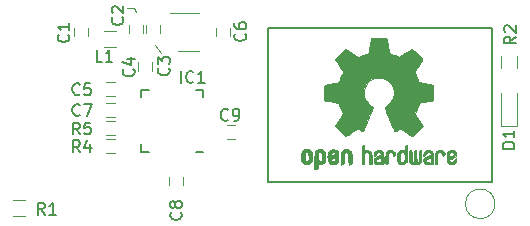
<source format=gbr>
G04 #@! TF.GenerationSoftware,KiCad,Pcbnew,(6.0.0-rc1-dev-479-g831c9b6f6-dirty)*
G04 #@! TF.CreationDate,2018-09-12T23:56:39+02:00*
G04 #@! TF.ProjectId,RapTorS,526170546F72532E6B696361645F7063,rev?*
G04 #@! TF.SameCoordinates,Original*
G04 #@! TF.FileFunction,Legend,Top*
G04 #@! TF.FilePolarity,Positive*
%FSLAX46Y46*%
G04 Gerber Fmt 4.6, Leading zero omitted, Abs format (unit mm)*
G04 Created by KiCad (PCBNEW (6.0.0-rc1-dev-479-g831c9b6f6-dirty)) date 2018 September 12, Wednesday 23:56:39*
%MOMM*%
%LPD*%
G01*
G04 APERTURE LIST*
%ADD10C,0.120000*%
%ADD11C,0.150000*%
%ADD12C,0.010000*%
G04 APERTURE END LIST*
D10*
X150672800Y-91567000D02*
X150825200Y-91897200D01*
X150114000Y-91567000D02*
X150672800Y-91567000D01*
X152958800Y-95402400D02*
X152501600Y-94691200D01*
G04 #@! TO.C,R5*
X149050000Y-102301600D02*
X148350000Y-102301600D01*
X148350000Y-101101600D02*
X149050000Y-101101600D01*
G04 #@! TO.C,R4*
X148350000Y-102651000D02*
X149050000Y-102651000D01*
X149050000Y-103851000D02*
X148350000Y-103851000D01*
G04 #@! TO.C,D1*
X181748200Y-101596600D02*
X183148200Y-101596600D01*
X183148200Y-101596600D02*
X183148200Y-98796600D01*
X181748200Y-101596600D02*
X181748200Y-98796600D01*
G04 #@! TO.C,R2*
X181793600Y-96625600D02*
X181793600Y-95625600D01*
X183153600Y-95625600D02*
X183153600Y-96625600D01*
G04 #@! TO.C,C9*
X158540400Y-101482600D02*
X159240400Y-101482600D01*
X159240400Y-102682600D02*
X158540400Y-102682600D01*
G04 #@! TO.C,C8*
X154879600Y-105847400D02*
X154879600Y-106547400D01*
X153679600Y-106547400D02*
X153679600Y-105847400D01*
G04 #@! TO.C,C1*
X146777000Y-93223600D02*
X146777000Y-93923600D01*
X145577000Y-93923600D02*
X145577000Y-93223600D01*
G04 #@! TO.C,R1*
X141482000Y-109214200D02*
X140482000Y-109214200D01*
X140482000Y-107854200D02*
X141482000Y-107854200D01*
G04 #@! TO.C,L1*
X149191600Y-94837800D02*
X148191600Y-94837800D01*
X148191600Y-93477800D02*
X149191600Y-93477800D01*
G04 #@! TO.C,C7*
X148350000Y-99628400D02*
X149050000Y-99628400D01*
X149050000Y-100828400D02*
X148350000Y-100828400D01*
G04 #@! TO.C,C6*
X157642000Y-93923600D02*
X157642000Y-93223600D01*
X158842000Y-93223600D02*
X158842000Y-93923600D01*
G04 #@! TO.C,C5*
X148350000Y-97825000D02*
X149050000Y-97825000D01*
X149050000Y-99025000D02*
X148350000Y-99025000D01*
G04 #@! TO.C,C4*
X152238000Y-96170000D02*
X152238000Y-96870000D01*
X151038000Y-96870000D02*
X151038000Y-96170000D01*
G04 #@! TO.C,C3*
X152873000Y-92969600D02*
X152873000Y-93669600D01*
X151673000Y-93669600D02*
X151673000Y-92969600D01*
G04 #@! TO.C,C2*
X151450600Y-92969600D02*
X151450600Y-93669600D01*
X150250600Y-93669600D02*
X150250600Y-92969600D01*
D11*
G04 #@! TO.C,IC1*
X151324400Y-103742400D02*
X151324400Y-103117400D01*
X156574400Y-98492400D02*
X156574400Y-99117400D01*
X151324400Y-98492400D02*
X151324400Y-99117400D01*
X156574400Y-103742400D02*
X155949400Y-103742400D01*
X156574400Y-98492400D02*
X155949400Y-98492400D01*
X151324400Y-98492400D02*
X151949400Y-98492400D01*
X151324400Y-103742400D02*
X151949400Y-103742400D01*
D10*
G04 #@! TO.C,ANT1*
X181260800Y-108153200D02*
G75*
G03X181260800Y-108153200I-1251000J0D01*
G01*
D11*
G04 #@! TO.C,U3*
X162001200Y-93268800D02*
X162001200Y-106268800D01*
X162001200Y-106268800D02*
X181001200Y-106268800D01*
X181001200Y-93268800D02*
X181001200Y-106268800D01*
X162001200Y-93268800D02*
X181001200Y-93268800D01*
D10*
G04 #@! TO.C,U2*
X154395600Y-95209000D02*
X156195600Y-95209000D01*
X156195600Y-91989000D02*
X153745600Y-91989000D01*
D12*
G04 #@! TO.C,REF\002A\002A\002A*
G36*
X166596500Y-103531503D02*
X166708050Y-103587122D01*
X166806508Y-103689531D01*
X166833623Y-103727464D01*
X166863162Y-103777100D01*
X166882328Y-103831012D01*
X166893293Y-103902964D01*
X166898229Y-104006722D01*
X166899313Y-104143701D01*
X166894418Y-104331415D01*
X166877404Y-104472358D01*
X166844777Y-104577508D01*
X166793042Y-104657843D01*
X166718704Y-104724341D01*
X166713242Y-104728278D01*
X166639980Y-104768553D01*
X166551760Y-104788480D01*
X166439562Y-104793393D01*
X166257167Y-104793393D01*
X166257091Y-104970457D01*
X166255393Y-105069070D01*
X166245050Y-105126914D01*
X166218022Y-105161606D01*
X166166268Y-105190764D01*
X166153839Y-105196721D01*
X166095677Y-105224639D01*
X166050644Y-105242272D01*
X166017159Y-105243794D01*
X165993638Y-105223381D01*
X165978500Y-105175207D01*
X165970163Y-105093446D01*
X165967044Y-104972272D01*
X165967560Y-104805860D01*
X165970129Y-104588385D01*
X165970932Y-104523336D01*
X165973822Y-104299102D01*
X165976412Y-104152421D01*
X166257014Y-104152421D01*
X166258591Y-104276926D01*
X166265600Y-104358387D01*
X166281458Y-104412115D01*
X166309581Y-104453423D01*
X166328675Y-104473571D01*
X166406735Y-104532521D01*
X166475847Y-104537320D01*
X166547160Y-104488638D01*
X166548968Y-104486841D01*
X166577983Y-104449218D01*
X166595633Y-104398084D01*
X166604536Y-104319338D01*
X166607309Y-104198876D01*
X166607359Y-104172188D01*
X166600658Y-104006183D01*
X166578848Y-103891105D01*
X166539365Y-103820854D01*
X166479644Y-103789329D01*
X166445128Y-103786152D01*
X166363211Y-103801060D01*
X166307021Y-103850148D01*
X166273198Y-103939962D01*
X166258380Y-104077045D01*
X166257014Y-104152421D01*
X165976412Y-104152421D01*
X165976887Y-104125552D01*
X165980847Y-103994982D01*
X165986426Y-103899687D01*
X165994346Y-103831964D01*
X166005331Y-103784107D01*
X166020101Y-103748413D01*
X166039382Y-103717178D01*
X166047649Y-103705424D01*
X166157312Y-103594397D01*
X166295965Y-103531447D01*
X166456354Y-103513897D01*
X166596500Y-103531503D01*
X166596500Y-103531503D01*
G37*
X166596500Y-103531503D02*
X166708050Y-103587122D01*
X166806508Y-103689531D01*
X166833623Y-103727464D01*
X166863162Y-103777100D01*
X166882328Y-103831012D01*
X166893293Y-103902964D01*
X166898229Y-104006722D01*
X166899313Y-104143701D01*
X166894418Y-104331415D01*
X166877404Y-104472358D01*
X166844777Y-104577508D01*
X166793042Y-104657843D01*
X166718704Y-104724341D01*
X166713242Y-104728278D01*
X166639980Y-104768553D01*
X166551760Y-104788480D01*
X166439562Y-104793393D01*
X166257167Y-104793393D01*
X166257091Y-104970457D01*
X166255393Y-105069070D01*
X166245050Y-105126914D01*
X166218022Y-105161606D01*
X166166268Y-105190764D01*
X166153839Y-105196721D01*
X166095677Y-105224639D01*
X166050644Y-105242272D01*
X166017159Y-105243794D01*
X165993638Y-105223381D01*
X165978500Y-105175207D01*
X165970163Y-105093446D01*
X165967044Y-104972272D01*
X165967560Y-104805860D01*
X165970129Y-104588385D01*
X165970932Y-104523336D01*
X165973822Y-104299102D01*
X165976412Y-104152421D01*
X166257014Y-104152421D01*
X166258591Y-104276926D01*
X166265600Y-104358387D01*
X166281458Y-104412115D01*
X166309581Y-104453423D01*
X166328675Y-104473571D01*
X166406735Y-104532521D01*
X166475847Y-104537320D01*
X166547160Y-104488638D01*
X166548968Y-104486841D01*
X166577983Y-104449218D01*
X166595633Y-104398084D01*
X166604536Y-104319338D01*
X166607309Y-104198876D01*
X166607359Y-104172188D01*
X166600658Y-104006183D01*
X166578848Y-103891105D01*
X166539365Y-103820854D01*
X166479644Y-103789329D01*
X166445128Y-103786152D01*
X166363211Y-103801060D01*
X166307021Y-103850148D01*
X166273198Y-103939962D01*
X166258380Y-104077045D01*
X166257014Y-104152421D01*
X165976412Y-104152421D01*
X165976887Y-104125552D01*
X165980847Y-103994982D01*
X165986426Y-103899687D01*
X165994346Y-103831964D01*
X166005331Y-103784107D01*
X166020101Y-103748413D01*
X166039382Y-103717178D01*
X166047649Y-103705424D01*
X166157312Y-103594397D01*
X166295965Y-103531447D01*
X166456354Y-103513897D01*
X166596500Y-103531503D01*
G36*
X168842029Y-103547319D02*
X168935723Y-103601514D01*
X169000864Y-103655307D01*
X169048507Y-103711666D01*
X169081328Y-103780587D01*
X169102006Y-103872068D01*
X169113220Y-103996106D01*
X169117649Y-104162698D01*
X169118163Y-104282451D01*
X169118163Y-104723259D01*
X168994083Y-104778883D01*
X168870002Y-104834507D01*
X168855405Y-104351695D01*
X168849373Y-104171379D01*
X168843045Y-104040501D01*
X168835206Y-103950111D01*
X168824637Y-103891264D01*
X168810123Y-103855013D01*
X168790448Y-103832410D01*
X168784135Y-103827517D01*
X168688488Y-103789306D01*
X168591807Y-103804427D01*
X168534255Y-103844543D01*
X168510845Y-103872970D01*
X168494639Y-103910272D01*
X168484341Y-103966823D01*
X168478649Y-104052994D01*
X168476264Y-104179158D01*
X168475864Y-104310642D01*
X168475786Y-104475599D01*
X168472961Y-104592361D01*
X168463507Y-104671110D01*
X168443540Y-104722031D01*
X168409176Y-104755306D01*
X168356532Y-104781120D01*
X168286217Y-104807944D01*
X168209420Y-104837142D01*
X168218562Y-104318946D01*
X168222243Y-104132139D01*
X168226550Y-103994090D01*
X168232723Y-103895168D01*
X168242002Y-103825745D01*
X168255627Y-103776190D01*
X168274839Y-103736873D01*
X168298002Y-103702184D01*
X168409752Y-103591370D01*
X168546113Y-103527289D01*
X168694425Y-103511939D01*
X168842029Y-103547319D01*
X168842029Y-103547319D01*
G37*
X168842029Y-103547319D02*
X168935723Y-103601514D01*
X169000864Y-103655307D01*
X169048507Y-103711666D01*
X169081328Y-103780587D01*
X169102006Y-103872068D01*
X169113220Y-103996106D01*
X169117649Y-104162698D01*
X169118163Y-104282451D01*
X169118163Y-104723259D01*
X168994083Y-104778883D01*
X168870002Y-104834507D01*
X168855405Y-104351695D01*
X168849373Y-104171379D01*
X168843045Y-104040501D01*
X168835206Y-103950111D01*
X168824637Y-103891264D01*
X168810123Y-103855013D01*
X168790448Y-103832410D01*
X168784135Y-103827517D01*
X168688488Y-103789306D01*
X168591807Y-103804427D01*
X168534255Y-103844543D01*
X168510845Y-103872970D01*
X168494639Y-103910272D01*
X168484341Y-103966823D01*
X168478649Y-104052994D01*
X168476264Y-104179158D01*
X168475864Y-104310642D01*
X168475786Y-104475599D01*
X168472961Y-104592361D01*
X168463507Y-104671110D01*
X168443540Y-104722031D01*
X168409176Y-104755306D01*
X168356532Y-104781120D01*
X168286217Y-104807944D01*
X168209420Y-104837142D01*
X168218562Y-104318946D01*
X168222243Y-104132139D01*
X168226550Y-103994090D01*
X168232723Y-103895168D01*
X168242002Y-103825745D01*
X168255627Y-103776190D01*
X168274839Y-103736873D01*
X168298002Y-103702184D01*
X168409752Y-103591370D01*
X168546113Y-103527289D01*
X168694425Y-103511939D01*
X168842029Y-103547319D01*
G36*
X165472821Y-103535615D02*
X165609661Y-103607568D01*
X165710651Y-103723366D01*
X165746525Y-103797813D01*
X165774439Y-103909592D01*
X165788729Y-104050827D01*
X165790084Y-104204971D01*
X165779195Y-104355479D01*
X165756753Y-104485805D01*
X165723450Y-104579403D01*
X165713215Y-104595522D01*
X165591982Y-104715849D01*
X165447987Y-104787917D01*
X165291739Y-104809008D01*
X165133748Y-104776402D01*
X165089780Y-104756853D01*
X165004156Y-104696612D01*
X164929008Y-104616735D01*
X164921906Y-104606604D01*
X164893039Y-104557781D01*
X164873957Y-104505590D01*
X164862684Y-104436885D01*
X164857245Y-104338518D01*
X164855662Y-104197344D01*
X164855635Y-104165692D01*
X164855707Y-104155619D01*
X165147589Y-104155619D01*
X165149287Y-104288856D01*
X165155972Y-104377274D01*
X165170025Y-104434385D01*
X165193829Y-104473702D01*
X165205979Y-104486841D01*
X165275836Y-104536772D01*
X165343659Y-104534495D01*
X165412235Y-104491184D01*
X165453135Y-104444946D01*
X165477358Y-104377457D01*
X165490961Y-104271033D01*
X165491894Y-104258620D01*
X165494216Y-104065747D01*
X165469950Y-103922500D01*
X165419424Y-103829760D01*
X165342968Y-103788407D01*
X165315676Y-103786152D01*
X165244011Y-103797493D01*
X165194990Y-103836784D01*
X165165018Y-103911926D01*
X165150499Y-104030822D01*
X165147589Y-104155619D01*
X164855707Y-104155619D01*
X164856722Y-104015259D01*
X164861288Y-103910149D01*
X164871288Y-103837314D01*
X164888679Y-103783708D01*
X164915416Y-103736281D01*
X164921324Y-103727464D01*
X165020632Y-103608607D01*
X165128842Y-103539608D01*
X165260581Y-103512219D01*
X165305317Y-103510881D01*
X165472821Y-103535615D01*
X165472821Y-103535615D01*
G37*
X165472821Y-103535615D02*
X165609661Y-103607568D01*
X165710651Y-103723366D01*
X165746525Y-103797813D01*
X165774439Y-103909592D01*
X165788729Y-104050827D01*
X165790084Y-104204971D01*
X165779195Y-104355479D01*
X165756753Y-104485805D01*
X165723450Y-104579403D01*
X165713215Y-104595522D01*
X165591982Y-104715849D01*
X165447987Y-104787917D01*
X165291739Y-104809008D01*
X165133748Y-104776402D01*
X165089780Y-104756853D01*
X165004156Y-104696612D01*
X164929008Y-104616735D01*
X164921906Y-104606604D01*
X164893039Y-104557781D01*
X164873957Y-104505590D01*
X164862684Y-104436885D01*
X164857245Y-104338518D01*
X164855662Y-104197344D01*
X164855635Y-104165692D01*
X164855707Y-104155619D01*
X165147589Y-104155619D01*
X165149287Y-104288856D01*
X165155972Y-104377274D01*
X165170025Y-104434385D01*
X165193829Y-104473702D01*
X165205979Y-104486841D01*
X165275836Y-104536772D01*
X165343659Y-104534495D01*
X165412235Y-104491184D01*
X165453135Y-104444946D01*
X165477358Y-104377457D01*
X165490961Y-104271033D01*
X165491894Y-104258620D01*
X165494216Y-104065747D01*
X165469950Y-103922500D01*
X165419424Y-103829760D01*
X165342968Y-103788407D01*
X165315676Y-103786152D01*
X165244011Y-103797493D01*
X165194990Y-103836784D01*
X165165018Y-103911926D01*
X165150499Y-104030822D01*
X165147589Y-104155619D01*
X164855707Y-104155619D01*
X164856722Y-104015259D01*
X164861288Y-103910149D01*
X164871288Y-103837314D01*
X164888679Y-103783708D01*
X164915416Y-103736281D01*
X164921324Y-103727464D01*
X165020632Y-103608607D01*
X165128842Y-103539608D01*
X165260581Y-103512219D01*
X165305317Y-103510881D01*
X165472821Y-103535615D01*
G36*
X167740152Y-103554276D02*
X167855258Y-103631711D01*
X167944211Y-103743549D01*
X167997349Y-103885865D01*
X168008097Y-103990615D01*
X168006876Y-104034326D01*
X167996656Y-104067794D01*
X167968561Y-104097779D01*
X167913716Y-104131040D01*
X167823245Y-104174338D01*
X167688272Y-104234433D01*
X167687589Y-104234734D01*
X167563351Y-104291637D01*
X167461473Y-104342165D01*
X167392367Y-104380880D01*
X167366446Y-104402340D01*
X167366439Y-104402513D01*
X167389285Y-104449244D01*
X167442709Y-104500754D01*
X167504042Y-104537861D01*
X167535115Y-104545232D01*
X167619889Y-104519738D01*
X167692893Y-104455891D01*
X167728513Y-104385694D01*
X167762780Y-104333943D01*
X167829903Y-104275009D01*
X167908808Y-104224096D01*
X167978421Y-104196409D01*
X167992977Y-104194887D01*
X168009363Y-104219921D01*
X168010350Y-104283911D01*
X167998308Y-104370193D01*
X167975607Y-104462101D01*
X167944614Y-104542969D01*
X167943048Y-104546109D01*
X167849781Y-104676334D01*
X167728904Y-104764911D01*
X167591627Y-104808386D01*
X167449160Y-104803306D01*
X167312712Y-104746216D01*
X167306645Y-104742202D01*
X167199310Y-104644926D01*
X167128732Y-104518009D01*
X167089674Y-104351126D01*
X167084432Y-104304239D01*
X167075148Y-104082929D01*
X167086278Y-103979724D01*
X167366439Y-103979724D01*
X167370079Y-104044103D01*
X167389989Y-104062891D01*
X167439626Y-104048835D01*
X167517867Y-104015609D01*
X167605326Y-103973959D01*
X167607499Y-103972856D01*
X167681630Y-103933865D01*
X167711381Y-103907844D01*
X167704045Y-103880565D01*
X167673153Y-103844721D01*
X167594560Y-103792851D01*
X167509923Y-103789039D01*
X167434003Y-103826789D01*
X167381565Y-103899601D01*
X167366439Y-103979724D01*
X167086278Y-103979724D01*
X167094244Y-103905861D01*
X167143234Y-103765429D01*
X167211436Y-103667047D01*
X167334535Y-103567630D01*
X167470128Y-103518311D01*
X167608555Y-103515168D01*
X167740152Y-103554276D01*
X167740152Y-103554276D01*
G37*
X167740152Y-103554276D02*
X167855258Y-103631711D01*
X167944211Y-103743549D01*
X167997349Y-103885865D01*
X168008097Y-103990615D01*
X168006876Y-104034326D01*
X167996656Y-104067794D01*
X167968561Y-104097779D01*
X167913716Y-104131040D01*
X167823245Y-104174338D01*
X167688272Y-104234433D01*
X167687589Y-104234734D01*
X167563351Y-104291637D01*
X167461473Y-104342165D01*
X167392367Y-104380880D01*
X167366446Y-104402340D01*
X167366439Y-104402513D01*
X167389285Y-104449244D01*
X167442709Y-104500754D01*
X167504042Y-104537861D01*
X167535115Y-104545232D01*
X167619889Y-104519738D01*
X167692893Y-104455891D01*
X167728513Y-104385694D01*
X167762780Y-104333943D01*
X167829903Y-104275009D01*
X167908808Y-104224096D01*
X167978421Y-104196409D01*
X167992977Y-104194887D01*
X168009363Y-104219921D01*
X168010350Y-104283911D01*
X167998308Y-104370193D01*
X167975607Y-104462101D01*
X167944614Y-104542969D01*
X167943048Y-104546109D01*
X167849781Y-104676334D01*
X167728904Y-104764911D01*
X167591627Y-104808386D01*
X167449160Y-104803306D01*
X167312712Y-104746216D01*
X167306645Y-104742202D01*
X167199310Y-104644926D01*
X167128732Y-104518009D01*
X167089674Y-104351126D01*
X167084432Y-104304239D01*
X167075148Y-104082929D01*
X167086278Y-103979724D01*
X167366439Y-103979724D01*
X167370079Y-104044103D01*
X167389989Y-104062891D01*
X167439626Y-104048835D01*
X167517867Y-104015609D01*
X167605326Y-103973959D01*
X167607499Y-103972856D01*
X167681630Y-103933865D01*
X167711381Y-103907844D01*
X167704045Y-103880565D01*
X167673153Y-103844721D01*
X167594560Y-103792851D01*
X167509923Y-103789039D01*
X167434003Y-103826789D01*
X167381565Y-103899601D01*
X167366439Y-103979724D01*
X167086278Y-103979724D01*
X167094244Y-103905861D01*
X167143234Y-103765429D01*
X167211436Y-103667047D01*
X167334535Y-103567630D01*
X167470128Y-103518311D01*
X167608555Y-103515168D01*
X167740152Y-103554276D01*
G36*
X170169198Y-103393457D02*
X170177754Y-103512788D01*
X170187581Y-103583106D01*
X170201199Y-103613779D01*
X170221127Y-103614171D01*
X170227589Y-103610510D01*
X170313540Y-103583998D01*
X170425345Y-103585546D01*
X170539014Y-103612799D01*
X170610110Y-103648055D01*
X170683005Y-103704378D01*
X170736293Y-103768119D01*
X170772875Y-103849110D01*
X170795650Y-103957186D01*
X170807519Y-104102180D01*
X170811382Y-104293926D01*
X170811451Y-104330709D01*
X170811497Y-104743888D01*
X170719554Y-104775939D01*
X170654252Y-104797744D01*
X170618424Y-104807897D01*
X170617370Y-104807991D01*
X170613842Y-104780460D01*
X170610839Y-104704523D01*
X170608590Y-104590165D01*
X170607324Y-104447369D01*
X170607129Y-104360551D01*
X170606723Y-104189373D01*
X170604632Y-104066688D01*
X170599547Y-103982600D01*
X170590160Y-103927214D01*
X170575161Y-103890632D01*
X170553242Y-103862959D01*
X170539557Y-103849632D01*
X170445549Y-103795928D01*
X170342964Y-103791907D01*
X170249890Y-103837325D01*
X170232678Y-103853723D01*
X170207432Y-103884557D01*
X170189920Y-103921131D01*
X170178742Y-103974015D01*
X170172496Y-104053777D01*
X170169782Y-104170985D01*
X170169198Y-104332591D01*
X170169198Y-104743888D01*
X170077255Y-104775939D01*
X170011953Y-104797744D01*
X169976125Y-104807897D01*
X169975071Y-104807991D01*
X169972375Y-104780048D01*
X169969945Y-104701230D01*
X169967878Y-104579053D01*
X169966271Y-104421032D01*
X169965223Y-104234683D01*
X169964831Y-104027520D01*
X169964830Y-104018306D01*
X169964830Y-103228620D01*
X170059715Y-103188597D01*
X170154600Y-103148573D01*
X170169198Y-103393457D01*
X170169198Y-103393457D01*
G37*
X170169198Y-103393457D02*
X170177754Y-103512788D01*
X170187581Y-103583106D01*
X170201199Y-103613779D01*
X170221127Y-103614171D01*
X170227589Y-103610510D01*
X170313540Y-103583998D01*
X170425345Y-103585546D01*
X170539014Y-103612799D01*
X170610110Y-103648055D01*
X170683005Y-103704378D01*
X170736293Y-103768119D01*
X170772875Y-103849110D01*
X170795650Y-103957186D01*
X170807519Y-104102180D01*
X170811382Y-104293926D01*
X170811451Y-104330709D01*
X170811497Y-104743888D01*
X170719554Y-104775939D01*
X170654252Y-104797744D01*
X170618424Y-104807897D01*
X170617370Y-104807991D01*
X170613842Y-104780460D01*
X170610839Y-104704523D01*
X170608590Y-104590165D01*
X170607324Y-104447369D01*
X170607129Y-104360551D01*
X170606723Y-104189373D01*
X170604632Y-104066688D01*
X170599547Y-103982600D01*
X170590160Y-103927214D01*
X170575161Y-103890632D01*
X170553242Y-103862959D01*
X170539557Y-103849632D01*
X170445549Y-103795928D01*
X170342964Y-103791907D01*
X170249890Y-103837325D01*
X170232678Y-103853723D01*
X170207432Y-103884557D01*
X170189920Y-103921131D01*
X170178742Y-103974015D01*
X170172496Y-104053777D01*
X170169782Y-104170985D01*
X170169198Y-104332591D01*
X170169198Y-104743888D01*
X170077255Y-104775939D01*
X170011953Y-104797744D01*
X169976125Y-104807897D01*
X169975071Y-104807991D01*
X169972375Y-104780048D01*
X169969945Y-104701230D01*
X169967878Y-104579053D01*
X169966271Y-104421032D01*
X169965223Y-104234683D01*
X169964831Y-104027520D01*
X169964830Y-104018306D01*
X169964830Y-103228620D01*
X170059715Y-103188597D01*
X170154600Y-103148573D01*
X170169198Y-103393457D01*
G36*
X171504544Y-103593960D02*
X171618943Y-103636442D01*
X171620252Y-103637258D01*
X171691003Y-103689330D01*
X171743236Y-103750184D01*
X171779971Y-103829487D01*
X171804234Y-103936909D01*
X171819045Y-104082117D01*
X171827429Y-104274779D01*
X171828164Y-104302228D01*
X171838720Y-104716121D01*
X171749891Y-104762056D01*
X171685618Y-104793098D01*
X171646810Y-104807806D01*
X171645015Y-104807991D01*
X171638300Y-104780850D01*
X171632965Y-104707641D01*
X171629683Y-104600681D01*
X171628968Y-104514069D01*
X171628951Y-104373762D01*
X171622537Y-104285651D01*
X171600180Y-104243625D01*
X171552332Y-104241575D01*
X171469449Y-104273390D01*
X171344313Y-104331872D01*
X171252297Y-104380445D01*
X171204971Y-104422586D01*
X171191058Y-104468516D01*
X171191037Y-104470789D01*
X171213995Y-104549911D01*
X171281970Y-104592655D01*
X171385998Y-104598846D01*
X171460930Y-104597772D01*
X171500439Y-104619353D01*
X171525078Y-104671191D01*
X171539259Y-104737232D01*
X171518823Y-104774704D01*
X171511128Y-104780067D01*
X171438683Y-104801606D01*
X171337233Y-104804655D01*
X171232757Y-104790378D01*
X171158725Y-104764288D01*
X171056372Y-104677385D01*
X170998191Y-104556416D01*
X170986669Y-104461908D01*
X170995462Y-104376662D01*
X171027280Y-104307076D01*
X171090284Y-104245272D01*
X171192631Y-104183372D01*
X171342482Y-104113497D01*
X171351612Y-104109548D01*
X171486597Y-104047188D01*
X171569894Y-103996046D01*
X171605597Y-103950088D01*
X171597803Y-103903283D01*
X171550607Y-103849598D01*
X171536494Y-103837244D01*
X171441959Y-103789341D01*
X171344006Y-103791358D01*
X171258697Y-103838324D01*
X171202096Y-103925269D01*
X171196837Y-103942334D01*
X171145623Y-104025104D01*
X171080637Y-104064972D01*
X170986669Y-104104482D01*
X170986669Y-104002258D01*
X171015253Y-103853672D01*
X171100095Y-103717384D01*
X171144245Y-103671791D01*
X171244605Y-103613274D01*
X171372235Y-103586784D01*
X171504544Y-103593960D01*
X171504544Y-103593960D01*
G37*
X171504544Y-103593960D02*
X171618943Y-103636442D01*
X171620252Y-103637258D01*
X171691003Y-103689330D01*
X171743236Y-103750184D01*
X171779971Y-103829487D01*
X171804234Y-103936909D01*
X171819045Y-104082117D01*
X171827429Y-104274779D01*
X171828164Y-104302228D01*
X171838720Y-104716121D01*
X171749891Y-104762056D01*
X171685618Y-104793098D01*
X171646810Y-104807806D01*
X171645015Y-104807991D01*
X171638300Y-104780850D01*
X171632965Y-104707641D01*
X171629683Y-104600681D01*
X171628968Y-104514069D01*
X171628951Y-104373762D01*
X171622537Y-104285651D01*
X171600180Y-104243625D01*
X171552332Y-104241575D01*
X171469449Y-104273390D01*
X171344313Y-104331872D01*
X171252297Y-104380445D01*
X171204971Y-104422586D01*
X171191058Y-104468516D01*
X171191037Y-104470789D01*
X171213995Y-104549911D01*
X171281970Y-104592655D01*
X171385998Y-104598846D01*
X171460930Y-104597772D01*
X171500439Y-104619353D01*
X171525078Y-104671191D01*
X171539259Y-104737232D01*
X171518823Y-104774704D01*
X171511128Y-104780067D01*
X171438683Y-104801606D01*
X171337233Y-104804655D01*
X171232757Y-104790378D01*
X171158725Y-104764288D01*
X171056372Y-104677385D01*
X170998191Y-104556416D01*
X170986669Y-104461908D01*
X170995462Y-104376662D01*
X171027280Y-104307076D01*
X171090284Y-104245272D01*
X171192631Y-104183372D01*
X171342482Y-104113497D01*
X171351612Y-104109548D01*
X171486597Y-104047188D01*
X171569894Y-103996046D01*
X171605597Y-103950088D01*
X171597803Y-103903283D01*
X171550607Y-103849598D01*
X171536494Y-103837244D01*
X171441959Y-103789341D01*
X171344006Y-103791358D01*
X171258697Y-103838324D01*
X171202096Y-103925269D01*
X171196837Y-103942334D01*
X171145623Y-104025104D01*
X171080637Y-104064972D01*
X170986669Y-104104482D01*
X170986669Y-104002258D01*
X171015253Y-103853672D01*
X171100095Y-103717384D01*
X171144245Y-103671791D01*
X171244605Y-103613274D01*
X171372235Y-103586784D01*
X171504544Y-103593960D01*
G36*
X172490543Y-103591520D02*
X172623165Y-103640459D01*
X172730610Y-103727019D01*
X172772632Y-103787952D01*
X172818443Y-103899761D01*
X172817491Y-103980606D01*
X172769408Y-104034978D01*
X172751617Y-104044224D01*
X172674804Y-104073050D01*
X172635576Y-104065665D01*
X172622289Y-104017258D01*
X172621612Y-103990520D01*
X172597286Y-103892148D01*
X172533881Y-103823334D01*
X172445754Y-103790098D01*
X172347263Y-103798461D01*
X172267202Y-103841896D01*
X172240161Y-103866672D01*
X172220994Y-103896729D01*
X172208046Y-103942165D01*
X172199664Y-104013076D01*
X172194193Y-104119560D01*
X172189978Y-104271712D01*
X172188887Y-104319887D01*
X172184907Y-104484695D01*
X172180381Y-104600688D01*
X172173595Y-104677433D01*
X172162831Y-104724493D01*
X172146373Y-104751435D01*
X172122506Y-104767823D01*
X172107226Y-104775063D01*
X172042333Y-104799820D01*
X172004134Y-104807991D01*
X171991512Y-104780703D01*
X171983808Y-104698203D01*
X171980980Y-104559541D01*
X171982986Y-104363762D01*
X171983611Y-104333565D01*
X171988021Y-104154949D01*
X171993235Y-104024523D01*
X172000655Y-103932092D01*
X172011682Y-103867458D01*
X172027717Y-103820425D01*
X172050161Y-103780796D01*
X172061902Y-103763815D01*
X172129219Y-103688680D01*
X172204510Y-103630238D01*
X172213728Y-103625136D01*
X172348733Y-103584860D01*
X172490543Y-103591520D01*
X172490543Y-103591520D01*
G37*
X172490543Y-103591520D02*
X172623165Y-103640459D01*
X172730610Y-103727019D01*
X172772632Y-103787952D01*
X172818443Y-103899761D01*
X172817491Y-103980606D01*
X172769408Y-104034978D01*
X172751617Y-104044224D01*
X172674804Y-104073050D01*
X172635576Y-104065665D01*
X172622289Y-104017258D01*
X172621612Y-103990520D01*
X172597286Y-103892148D01*
X172533881Y-103823334D01*
X172445754Y-103790098D01*
X172347263Y-103798461D01*
X172267202Y-103841896D01*
X172240161Y-103866672D01*
X172220994Y-103896729D01*
X172208046Y-103942165D01*
X172199664Y-104013076D01*
X172194193Y-104119560D01*
X172189978Y-104271712D01*
X172188887Y-104319887D01*
X172184907Y-104484695D01*
X172180381Y-104600688D01*
X172173595Y-104677433D01*
X172162831Y-104724493D01*
X172146373Y-104751435D01*
X172122506Y-104767823D01*
X172107226Y-104775063D01*
X172042333Y-104799820D01*
X172004134Y-104807991D01*
X171991512Y-104780703D01*
X171983808Y-104698203D01*
X171980980Y-104559541D01*
X171982986Y-104363762D01*
X171983611Y-104333565D01*
X171988021Y-104154949D01*
X171993235Y-104024523D01*
X172000655Y-103932092D01*
X172011682Y-103867458D01*
X172027717Y-103820425D01*
X172050161Y-103780796D01*
X172061902Y-103763815D01*
X172129219Y-103688680D01*
X172204510Y-103630238D01*
X172213728Y-103625136D01*
X172348733Y-103584860D01*
X172490543Y-103591520D01*
G36*
X173818514Y-103824055D02*
X173818143Y-104042261D01*
X173816708Y-104210119D01*
X173813602Y-104335670D01*
X173808222Y-104426955D01*
X173799962Y-104492015D01*
X173788216Y-104538891D01*
X173772381Y-104575624D01*
X173760390Y-104596591D01*
X173661090Y-104710294D01*
X173535188Y-104781565D01*
X173395891Y-104807138D01*
X173256405Y-104783750D01*
X173173343Y-104741719D01*
X173086145Y-104669011D01*
X173026717Y-104580212D01*
X172990861Y-104463920D01*
X172974381Y-104308735D01*
X172972047Y-104194887D01*
X172972361Y-104186706D01*
X173176324Y-104186706D01*
X173177570Y-104317257D01*
X173183278Y-104403680D01*
X173196404Y-104460218D01*
X173219906Y-104501114D01*
X173247986Y-104531962D01*
X173342288Y-104591505D01*
X173443540Y-104596592D01*
X173539236Y-104546879D01*
X173546684Y-104540143D01*
X173578474Y-104505102D01*
X173598408Y-104463411D01*
X173609200Y-104401362D01*
X173613565Y-104305244D01*
X173614255Y-104198979D01*
X173612759Y-104065480D01*
X173606564Y-103976422D01*
X173593114Y-103917893D01*
X173569851Y-103875982D01*
X173550775Y-103853723D01*
X173462163Y-103797585D01*
X173360108Y-103790835D01*
X173262695Y-103833714D01*
X173243896Y-103849632D01*
X173211893Y-103884982D01*
X173191918Y-103927102D01*
X173181193Y-103989851D01*
X173176939Y-104087087D01*
X173176324Y-104186706D01*
X172972361Y-104186706D01*
X172979104Y-104011547D01*
X173003072Y-103873795D01*
X173048148Y-103770232D01*
X173118528Y-103689456D01*
X173173343Y-103648055D01*
X173272976Y-103603328D01*
X173388455Y-103582567D01*
X173495799Y-103588125D01*
X173555864Y-103610543D01*
X173579435Y-103616923D01*
X173595077Y-103593135D01*
X173605995Y-103529388D01*
X173614255Y-103432287D01*
X173623299Y-103324141D01*
X173635861Y-103259075D01*
X173658719Y-103221868D01*
X173698651Y-103197299D01*
X173723738Y-103186419D01*
X173818623Y-103146672D01*
X173818514Y-103824055D01*
X173818514Y-103824055D01*
G37*
X173818514Y-103824055D02*
X173818143Y-104042261D01*
X173816708Y-104210119D01*
X173813602Y-104335670D01*
X173808222Y-104426955D01*
X173799962Y-104492015D01*
X173788216Y-104538891D01*
X173772381Y-104575624D01*
X173760390Y-104596591D01*
X173661090Y-104710294D01*
X173535188Y-104781565D01*
X173395891Y-104807138D01*
X173256405Y-104783750D01*
X173173343Y-104741719D01*
X173086145Y-104669011D01*
X173026717Y-104580212D01*
X172990861Y-104463920D01*
X172974381Y-104308735D01*
X172972047Y-104194887D01*
X172972361Y-104186706D01*
X173176324Y-104186706D01*
X173177570Y-104317257D01*
X173183278Y-104403680D01*
X173196404Y-104460218D01*
X173219906Y-104501114D01*
X173247986Y-104531962D01*
X173342288Y-104591505D01*
X173443540Y-104596592D01*
X173539236Y-104546879D01*
X173546684Y-104540143D01*
X173578474Y-104505102D01*
X173598408Y-104463411D01*
X173609200Y-104401362D01*
X173613565Y-104305244D01*
X173614255Y-104198979D01*
X173612759Y-104065480D01*
X173606564Y-103976422D01*
X173593114Y-103917893D01*
X173569851Y-103875982D01*
X173550775Y-103853723D01*
X173462163Y-103797585D01*
X173360108Y-103790835D01*
X173262695Y-103833714D01*
X173243896Y-103849632D01*
X173211893Y-103884982D01*
X173191918Y-103927102D01*
X173181193Y-103989851D01*
X173176939Y-104087087D01*
X173176324Y-104186706D01*
X172972361Y-104186706D01*
X172979104Y-104011547D01*
X173003072Y-103873795D01*
X173048148Y-103770232D01*
X173118528Y-103689456D01*
X173173343Y-103648055D01*
X173272976Y-103603328D01*
X173388455Y-103582567D01*
X173495799Y-103588125D01*
X173555864Y-103610543D01*
X173579435Y-103616923D01*
X173595077Y-103593135D01*
X173605995Y-103529388D01*
X173614255Y-103432287D01*
X173623299Y-103324141D01*
X173635861Y-103259075D01*
X173658719Y-103221868D01*
X173698651Y-103197299D01*
X173723738Y-103186419D01*
X173818623Y-103146672D01*
X173818514Y-103824055D01*
G36*
X175004724Y-103609440D02*
X175009179Y-103686253D01*
X175012671Y-103802991D01*
X175014915Y-103950421D01*
X175015635Y-104105055D01*
X175015635Y-104628327D01*
X174923245Y-104720717D01*
X174859578Y-104777647D01*
X174803689Y-104800707D01*
X174727302Y-104799247D01*
X174696980Y-104795534D01*
X174602210Y-104784726D01*
X174523822Y-104778533D01*
X174504715Y-104777961D01*
X174440299Y-104781702D01*
X174348171Y-104791094D01*
X174312450Y-104795534D01*
X174224714Y-104802401D01*
X174165753Y-104787485D01*
X174107290Y-104741435D01*
X174086185Y-104720717D01*
X173993795Y-104628327D01*
X173993795Y-103649547D01*
X174068158Y-103615666D01*
X174132190Y-103590570D01*
X174169652Y-103581784D01*
X174179257Y-103609550D01*
X174188235Y-103687130D01*
X174195986Y-103805948D01*
X174201914Y-103957428D01*
X174204773Y-104085405D01*
X174212761Y-104589025D01*
X174282448Y-104598878D01*
X174345829Y-104591989D01*
X174376886Y-104569683D01*
X174385567Y-104527979D01*
X174392978Y-104439144D01*
X174398531Y-104314434D01*
X174401636Y-104165107D01*
X174402084Y-104088261D01*
X174402531Y-103645887D01*
X174494474Y-103613835D01*
X174559549Y-103592043D01*
X174594947Y-103581881D01*
X174595968Y-103581784D01*
X174599520Y-103609409D01*
X174603423Y-103686011D01*
X174607351Y-103802179D01*
X174610976Y-103948504D01*
X174613508Y-104085405D01*
X174621497Y-104589025D01*
X174796669Y-104589025D01*
X174804707Y-104129565D01*
X174812746Y-103670105D01*
X174898143Y-103625944D01*
X174961193Y-103595619D01*
X174998510Y-103581858D01*
X174999587Y-103581784D01*
X175004724Y-103609440D01*
X175004724Y-103609440D01*
G37*
X175004724Y-103609440D02*
X175009179Y-103686253D01*
X175012671Y-103802991D01*
X175014915Y-103950421D01*
X175015635Y-104105055D01*
X175015635Y-104628327D01*
X174923245Y-104720717D01*
X174859578Y-104777647D01*
X174803689Y-104800707D01*
X174727302Y-104799247D01*
X174696980Y-104795534D01*
X174602210Y-104784726D01*
X174523822Y-104778533D01*
X174504715Y-104777961D01*
X174440299Y-104781702D01*
X174348171Y-104791094D01*
X174312450Y-104795534D01*
X174224714Y-104802401D01*
X174165753Y-104787485D01*
X174107290Y-104741435D01*
X174086185Y-104720717D01*
X173993795Y-104628327D01*
X173993795Y-103649547D01*
X174068158Y-103615666D01*
X174132190Y-103590570D01*
X174169652Y-103581784D01*
X174179257Y-103609550D01*
X174188235Y-103687130D01*
X174195986Y-103805948D01*
X174201914Y-103957428D01*
X174204773Y-104085405D01*
X174212761Y-104589025D01*
X174282448Y-104598878D01*
X174345829Y-104591989D01*
X174376886Y-104569683D01*
X174385567Y-104527979D01*
X174392978Y-104439144D01*
X174398531Y-104314434D01*
X174401636Y-104165107D01*
X174402084Y-104088261D01*
X174402531Y-103645887D01*
X174494474Y-103613835D01*
X174559549Y-103592043D01*
X174594947Y-103581881D01*
X174595968Y-103581784D01*
X174599520Y-103609409D01*
X174603423Y-103686011D01*
X174607351Y-103802179D01*
X174610976Y-103948504D01*
X174613508Y-104085405D01*
X174621497Y-104589025D01*
X174796669Y-104589025D01*
X174804707Y-104129565D01*
X174812746Y-103670105D01*
X174898143Y-103625944D01*
X174961193Y-103595619D01*
X174998510Y-103581858D01*
X174999587Y-103581784D01*
X175004724Y-103609440D01*
G36*
X175739006Y-103604756D02*
X175823069Y-103642993D01*
X175889050Y-103689326D01*
X175937394Y-103741132D01*
X175970772Y-103807963D01*
X175991853Y-103899369D01*
X176003307Y-104024901D01*
X176007803Y-104194108D01*
X176008278Y-104305533D01*
X176008278Y-104740227D01*
X175933916Y-104774109D01*
X175875346Y-104798872D01*
X175846330Y-104807991D01*
X175840779Y-104780857D01*
X175836375Y-104707694D01*
X175833678Y-104600863D01*
X175833106Y-104516037D01*
X175830646Y-104393487D01*
X175824012Y-104296268D01*
X175814326Y-104236734D01*
X175806632Y-104224083D01*
X175754911Y-104237002D01*
X175673717Y-104270139D01*
X175579702Y-104315061D01*
X175489517Y-104363335D01*
X175419815Y-104406528D01*
X175387248Y-104436208D01*
X175387119Y-104436529D01*
X175389920Y-104491457D01*
X175415039Y-104543892D01*
X175459141Y-104586481D01*
X175523509Y-104600726D01*
X175578521Y-104599066D01*
X175656435Y-104597845D01*
X175697332Y-104616098D01*
X175721895Y-104664326D01*
X175724992Y-104673420D01*
X175735640Y-104742198D01*
X175707165Y-104783960D01*
X175632944Y-104803863D01*
X175552768Y-104807544D01*
X175408490Y-104780258D01*
X175333803Y-104741290D01*
X175241563Y-104649748D01*
X175192643Y-104537382D01*
X175188254Y-104418651D01*
X175229601Y-104308011D01*
X175291797Y-104238680D01*
X175353894Y-104199865D01*
X175451495Y-104150725D01*
X175565232Y-104100892D01*
X175584190Y-104093277D01*
X175709121Y-104038145D01*
X175781139Y-103989554D01*
X175804300Y-103941247D01*
X175782664Y-103886970D01*
X175745520Y-103844543D01*
X175657727Y-103792302D01*
X175561130Y-103788384D01*
X175472544Y-103828641D01*
X175408786Y-103908926D01*
X175400417Y-103929640D01*
X175351696Y-104005825D01*
X175280565Y-104062385D01*
X175190807Y-104108801D01*
X175190807Y-103977184D01*
X175196090Y-103896768D01*
X175218742Y-103833386D01*
X175268967Y-103765763D01*
X175317182Y-103713676D01*
X175392154Y-103639922D01*
X175450406Y-103600302D01*
X175512972Y-103584410D01*
X175583793Y-103581784D01*
X175739006Y-103604756D01*
X175739006Y-103604756D01*
G37*
X175739006Y-103604756D02*
X175823069Y-103642993D01*
X175889050Y-103689326D01*
X175937394Y-103741132D01*
X175970772Y-103807963D01*
X175991853Y-103899369D01*
X176003307Y-104024901D01*
X176007803Y-104194108D01*
X176008278Y-104305533D01*
X176008278Y-104740227D01*
X175933916Y-104774109D01*
X175875346Y-104798872D01*
X175846330Y-104807991D01*
X175840779Y-104780857D01*
X175836375Y-104707694D01*
X175833678Y-104600863D01*
X175833106Y-104516037D01*
X175830646Y-104393487D01*
X175824012Y-104296268D01*
X175814326Y-104236734D01*
X175806632Y-104224083D01*
X175754911Y-104237002D01*
X175673717Y-104270139D01*
X175579702Y-104315061D01*
X175489517Y-104363335D01*
X175419815Y-104406528D01*
X175387248Y-104436208D01*
X175387119Y-104436529D01*
X175389920Y-104491457D01*
X175415039Y-104543892D01*
X175459141Y-104586481D01*
X175523509Y-104600726D01*
X175578521Y-104599066D01*
X175656435Y-104597845D01*
X175697332Y-104616098D01*
X175721895Y-104664326D01*
X175724992Y-104673420D01*
X175735640Y-104742198D01*
X175707165Y-104783960D01*
X175632944Y-104803863D01*
X175552768Y-104807544D01*
X175408490Y-104780258D01*
X175333803Y-104741290D01*
X175241563Y-104649748D01*
X175192643Y-104537382D01*
X175188254Y-104418651D01*
X175229601Y-104308011D01*
X175291797Y-104238680D01*
X175353894Y-104199865D01*
X175451495Y-104150725D01*
X175565232Y-104100892D01*
X175584190Y-104093277D01*
X175709121Y-104038145D01*
X175781139Y-103989554D01*
X175804300Y-103941247D01*
X175782664Y-103886970D01*
X175745520Y-103844543D01*
X175657727Y-103792302D01*
X175561130Y-103788384D01*
X175472544Y-103828641D01*
X175408786Y-103908926D01*
X175400417Y-103929640D01*
X175351696Y-104005825D01*
X175280565Y-104062385D01*
X175190807Y-104108801D01*
X175190807Y-103977184D01*
X175196090Y-103896768D01*
X175218742Y-103833386D01*
X175268967Y-103765763D01*
X175317182Y-103713676D01*
X175392154Y-103639922D01*
X175450406Y-103600302D01*
X175512972Y-103584410D01*
X175583793Y-103581784D01*
X175739006Y-103604756D01*
G36*
X176760290Y-103609618D02*
X176795185Y-103624869D01*
X176878477Y-103690835D01*
X176949703Y-103786218D01*
X176993753Y-103888006D01*
X177000922Y-103938187D01*
X176976885Y-104008247D01*
X176924161Y-104045317D01*
X176867631Y-104067764D01*
X176841746Y-104071900D01*
X176829142Y-104041883D01*
X176804254Y-103976561D01*
X176793335Y-103947045D01*
X176732108Y-103844948D01*
X176643461Y-103794023D01*
X176529793Y-103795589D01*
X176521374Y-103797594D01*
X176460688Y-103826367D01*
X176416074Y-103882459D01*
X176385602Y-103972763D01*
X176367344Y-104104171D01*
X176359371Y-104283574D01*
X176358623Y-104379033D01*
X176358252Y-104529513D01*
X176355823Y-104632095D01*
X176349360Y-104697272D01*
X176336888Y-104735538D01*
X176316433Y-104757385D01*
X176286019Y-104773307D01*
X176284261Y-104774109D01*
X176225691Y-104798872D01*
X176196675Y-104807991D01*
X176192216Y-104780422D01*
X176188399Y-104704220D01*
X176185499Y-104589141D01*
X176183791Y-104444941D01*
X176183451Y-104339414D01*
X176185188Y-104135213D01*
X176191982Y-103980297D01*
X176206207Y-103865624D01*
X176230238Y-103782151D01*
X176266448Y-103720836D01*
X176317212Y-103672634D01*
X176367339Y-103638993D01*
X176487875Y-103594219D01*
X176628157Y-103584121D01*
X176760290Y-103609618D01*
X176760290Y-103609618D01*
G37*
X176760290Y-103609618D02*
X176795185Y-103624869D01*
X176878477Y-103690835D01*
X176949703Y-103786218D01*
X176993753Y-103888006D01*
X177000922Y-103938187D01*
X176976885Y-104008247D01*
X176924161Y-104045317D01*
X176867631Y-104067764D01*
X176841746Y-104071900D01*
X176829142Y-104041883D01*
X176804254Y-103976561D01*
X176793335Y-103947045D01*
X176732108Y-103844948D01*
X176643461Y-103794023D01*
X176529793Y-103795589D01*
X176521374Y-103797594D01*
X176460688Y-103826367D01*
X176416074Y-103882459D01*
X176385602Y-103972763D01*
X176367344Y-104104171D01*
X176359371Y-104283574D01*
X176358623Y-104379033D01*
X176358252Y-104529513D01*
X176355823Y-104632095D01*
X176349360Y-104697272D01*
X176336888Y-104735538D01*
X176316433Y-104757385D01*
X176286019Y-104773307D01*
X176284261Y-104774109D01*
X176225691Y-104798872D01*
X176196675Y-104807991D01*
X176192216Y-104780422D01*
X176188399Y-104704220D01*
X176185499Y-104589141D01*
X176183791Y-104444941D01*
X176183451Y-104339414D01*
X176185188Y-104135213D01*
X176191982Y-103980297D01*
X176206207Y-103865624D01*
X176230238Y-103782151D01*
X176266448Y-103720836D01*
X176317212Y-103672634D01*
X176367339Y-103638993D01*
X176487875Y-103594219D01*
X176628157Y-103584121D01*
X176760290Y-103609618D01*
G36*
X177768039Y-103626140D02*
X177883550Y-103701634D01*
X177939264Y-103769217D01*
X177983404Y-103891855D01*
X177986909Y-103988898D01*
X177978968Y-104118656D01*
X177679715Y-104249639D01*
X177534211Y-104316558D01*
X177439137Y-104370390D01*
X177389701Y-104417016D01*
X177381111Y-104462320D01*
X177408572Y-104512182D01*
X177438853Y-104545232D01*
X177526963Y-104598233D01*
X177622796Y-104601947D01*
X177710812Y-104560641D01*
X177775469Y-104478583D01*
X177787033Y-104449608D01*
X177842425Y-104359109D01*
X177906153Y-104320540D01*
X177993566Y-104287546D01*
X177993566Y-104412634D01*
X177985838Y-104497756D01*
X177955566Y-104569538D01*
X177892118Y-104651956D01*
X177882688Y-104662666D01*
X177812113Y-104735991D01*
X177751447Y-104775342D01*
X177675550Y-104793445D01*
X177612630Y-104799374D01*
X177500087Y-104800851D01*
X177419970Y-104782135D01*
X177369990Y-104754347D01*
X177291438Y-104693241D01*
X177237063Y-104627154D01*
X177202652Y-104544041D01*
X177183988Y-104431854D01*
X177176856Y-104278546D01*
X177176287Y-104200736D01*
X177178222Y-104107453D01*
X177354499Y-104107453D01*
X177356544Y-104157496D01*
X177361639Y-104165692D01*
X177395266Y-104154558D01*
X177467630Y-104125093D01*
X177564347Y-104083201D01*
X177584573Y-104074197D01*
X177706803Y-104012042D01*
X177774147Y-103957415D01*
X177788948Y-103906249D01*
X177753547Y-103854476D01*
X177724311Y-103831600D01*
X177618816Y-103785850D01*
X177520076Y-103793408D01*
X177437412Y-103849251D01*
X177380148Y-103948353D01*
X177361788Y-104027014D01*
X177354499Y-104107453D01*
X177178222Y-104107453D01*
X177180059Y-104018951D01*
X177193959Y-103884453D01*
X177221494Y-103786516D01*
X177266172Y-103714411D01*
X177331501Y-103657413D01*
X177359983Y-103638993D01*
X177489363Y-103591022D01*
X177631012Y-103588003D01*
X177768039Y-103626140D01*
X177768039Y-103626140D01*
G37*
X177768039Y-103626140D02*
X177883550Y-103701634D01*
X177939264Y-103769217D01*
X177983404Y-103891855D01*
X177986909Y-103988898D01*
X177978968Y-104118656D01*
X177679715Y-104249639D01*
X177534211Y-104316558D01*
X177439137Y-104370390D01*
X177389701Y-104417016D01*
X177381111Y-104462320D01*
X177408572Y-104512182D01*
X177438853Y-104545232D01*
X177526963Y-104598233D01*
X177622796Y-104601947D01*
X177710812Y-104560641D01*
X177775469Y-104478583D01*
X177787033Y-104449608D01*
X177842425Y-104359109D01*
X177906153Y-104320540D01*
X177993566Y-104287546D01*
X177993566Y-104412634D01*
X177985838Y-104497756D01*
X177955566Y-104569538D01*
X177892118Y-104651956D01*
X177882688Y-104662666D01*
X177812113Y-104735991D01*
X177751447Y-104775342D01*
X177675550Y-104793445D01*
X177612630Y-104799374D01*
X177500087Y-104800851D01*
X177419970Y-104782135D01*
X177369990Y-104754347D01*
X177291438Y-104693241D01*
X177237063Y-104627154D01*
X177202652Y-104544041D01*
X177183988Y-104431854D01*
X177176856Y-104278546D01*
X177176287Y-104200736D01*
X177178222Y-104107453D01*
X177354499Y-104107453D01*
X177356544Y-104157496D01*
X177361639Y-104165692D01*
X177395266Y-104154558D01*
X177467630Y-104125093D01*
X177564347Y-104083201D01*
X177584573Y-104074197D01*
X177706803Y-104012042D01*
X177774147Y-103957415D01*
X177788948Y-103906249D01*
X177753547Y-103854476D01*
X177724311Y-103831600D01*
X177618816Y-103785850D01*
X177520076Y-103793408D01*
X177437412Y-103849251D01*
X177380148Y-103948353D01*
X177361788Y-104027014D01*
X177354499Y-104107453D01*
X177178222Y-104107453D01*
X177180059Y-104018951D01*
X177193959Y-103884453D01*
X177221494Y-103786516D01*
X177266172Y-103714411D01*
X177331501Y-103657413D01*
X177359983Y-103638993D01*
X177489363Y-103591022D01*
X177631012Y-103588003D01*
X177768039Y-103626140D01*
G36*
X171633614Y-94122598D02*
X171791606Y-94123463D01*
X171905947Y-94125805D01*
X171984007Y-94130362D01*
X172033154Y-94137870D01*
X172060759Y-94149066D01*
X172074192Y-94164688D01*
X172080821Y-94185473D01*
X172081465Y-94188163D01*
X172091535Y-94236713D01*
X172110175Y-94332505D01*
X172135445Y-94465343D01*
X172165407Y-94625031D01*
X172198122Y-94801374D01*
X172199264Y-94807567D01*
X172232033Y-94980382D01*
X172262693Y-95133069D01*
X172289264Y-95256471D01*
X172309767Y-95341431D01*
X172322226Y-95378790D01*
X172322820Y-95379452D01*
X172359519Y-95397695D01*
X172435186Y-95428097D01*
X172533478Y-95464093D01*
X172534025Y-95464285D01*
X172657833Y-95510822D01*
X172803796Y-95570104D01*
X172941381Y-95629709D01*
X172947893Y-95632656D01*
X173171990Y-95734365D01*
X173668219Y-95395497D01*
X173820446Y-95292192D01*
X173958341Y-95199837D01*
X174073915Y-95123684D01*
X174159179Y-95068985D01*
X174206144Y-95040993D01*
X174210604Y-95038917D01*
X174244734Y-95048160D01*
X174308481Y-95092756D01*
X174404331Y-95174809D01*
X174534769Y-95296421D01*
X174667928Y-95425805D01*
X174796294Y-95553302D01*
X174911181Y-95669646D01*
X175005673Y-95767652D01*
X175072853Y-95840136D01*
X175105806Y-95879913D01*
X175107032Y-95881961D01*
X175110674Y-95909256D01*
X175096950Y-95953834D01*
X175062469Y-96021712D01*
X175003839Y-96118911D01*
X174917670Y-96251451D01*
X174802800Y-96422076D01*
X174700854Y-96572255D01*
X174609723Y-96706950D01*
X174534673Y-96818340D01*
X174480969Y-96898605D01*
X174453880Y-96939925D01*
X174452174Y-96942730D01*
X174455482Y-96982321D01*
X174480553Y-97059269D01*
X174522398Y-97159032D01*
X174537312Y-97190891D01*
X174602386Y-97332826D01*
X174671812Y-97493873D01*
X174728209Y-97633221D01*
X174768847Y-97736644D01*
X174801126Y-97815242D01*
X174819778Y-97856320D01*
X174822097Y-97859485D01*
X174856403Y-97864728D01*
X174937269Y-97879094D01*
X175053943Y-97900537D01*
X175195675Y-97927013D01*
X175351710Y-97956477D01*
X175511298Y-97986883D01*
X175663685Y-98016188D01*
X175798121Y-98042345D01*
X175903852Y-98063310D01*
X175970126Y-98077039D01*
X175986382Y-98080920D01*
X176003173Y-98090500D01*
X176015849Y-98112136D01*
X176024978Y-98153131D01*
X176031131Y-98220789D01*
X176034880Y-98322412D01*
X176036792Y-98465303D01*
X176037440Y-98656765D01*
X176037474Y-98735245D01*
X176037474Y-99373506D01*
X175884198Y-99403760D01*
X175798922Y-99420164D01*
X175671670Y-99444109D01*
X175517915Y-99472707D01*
X175353134Y-99503067D01*
X175307589Y-99511406D01*
X175155532Y-99540970D01*
X175023068Y-99570042D01*
X174921314Y-99595929D01*
X174861388Y-99615937D01*
X174851405Y-99621901D01*
X174826893Y-99664134D01*
X174791748Y-99745970D01*
X174752773Y-99851283D01*
X174745042Y-99873968D01*
X174693960Y-100014618D01*
X174630554Y-100173314D01*
X174568504Y-100315825D01*
X174568198Y-100316486D01*
X174464867Y-100540040D01*
X175144561Y-101539832D01*
X174708221Y-101976900D01*
X174576249Y-102106981D01*
X174455879Y-102221648D01*
X174353873Y-102314781D01*
X174276991Y-102380258D01*
X174231993Y-102411957D01*
X174225538Y-102413968D01*
X174187640Y-102398129D01*
X174110308Y-102354096D01*
X174001989Y-102287090D01*
X173871132Y-102202334D01*
X173729652Y-102107416D01*
X173586061Y-102010598D01*
X173458035Y-101926351D01*
X173353705Y-101859858D01*
X173281200Y-101816302D01*
X173248758Y-101800864D01*
X173209176Y-101813928D01*
X173134119Y-101848350D01*
X173039068Y-101896980D01*
X173028992Y-101902385D01*
X172900991Y-101966580D01*
X172813218Y-101998063D01*
X172758628Y-101998398D01*
X172730175Y-101969148D01*
X172730010Y-101968738D01*
X172715788Y-101934098D01*
X172681869Y-101851869D01*
X172630884Y-101728414D01*
X172565462Y-101570098D01*
X172488234Y-101383286D01*
X172401829Y-101174342D01*
X172318151Y-100972046D01*
X172226188Y-100748800D01*
X172141750Y-100541992D01*
X172067369Y-100357962D01*
X172005574Y-100203051D01*
X171958897Y-100083596D01*
X171929868Y-100005939D01*
X171920922Y-99976956D01*
X171943356Y-99943710D01*
X172002039Y-99890723D01*
X172080289Y-99832304D01*
X172303134Y-99647552D01*
X172477318Y-99435782D01*
X172600754Y-99201456D01*
X172671354Y-98949034D01*
X172687031Y-98682977D01*
X172675636Y-98560175D01*
X172613550Y-98305393D01*
X172506623Y-98080401D01*
X172361489Y-97887417D01*
X172184778Y-97728661D01*
X171983122Y-97606350D01*
X171763154Y-97522705D01*
X171531506Y-97479944D01*
X171294809Y-97480287D01*
X171059695Y-97525952D01*
X170832796Y-97619159D01*
X170620744Y-97762127D01*
X170532236Y-97842983D01*
X170362489Y-98050607D01*
X170244299Y-98277495D01*
X170176878Y-98517033D01*
X170159440Y-98762607D01*
X170191198Y-99007603D01*
X170271365Y-99245408D01*
X170399155Y-99469407D01*
X170573780Y-99672987D01*
X170768912Y-99832304D01*
X170850191Y-99893202D01*
X170907609Y-99945615D01*
X170928278Y-99977006D01*
X170917456Y-100011239D01*
X170886677Y-100093019D01*
X170838474Y-100216007D01*
X170775378Y-100373863D01*
X170699922Y-100560249D01*
X170614638Y-100768826D01*
X170530819Y-100972096D01*
X170438345Y-101195533D01*
X170352689Y-101402584D01*
X170276482Y-101586886D01*
X170212353Y-101742075D01*
X170162932Y-101861788D01*
X170130848Y-101939661D01*
X170118959Y-101968738D01*
X170090874Y-101998277D01*
X170036549Y-101998191D01*
X169948995Y-101966926D01*
X169821219Y-101902929D01*
X169820208Y-101902385D01*
X169724002Y-101852721D01*
X169646231Y-101816545D01*
X169602377Y-101801008D01*
X169600442Y-101800864D01*
X169567429Y-101816624D01*
X169494546Y-101860450D01*
X169389922Y-101927157D01*
X169261690Y-102011564D01*
X169119548Y-102107416D01*
X168974833Y-102204467D01*
X168844404Y-102288870D01*
X168736710Y-102355401D01*
X168660198Y-102398838D01*
X168623662Y-102413968D01*
X168590018Y-102394082D01*
X168522376Y-102338503D01*
X168427493Y-102253354D01*
X168312130Y-102144753D01*
X168183045Y-102018821D01*
X168140829Y-101976749D01*
X167704339Y-101539531D01*
X168036577Y-101051940D01*
X168137546Y-100902205D01*
X168226162Y-100767820D01*
X168297454Y-100656569D01*
X168346450Y-100576239D01*
X168368178Y-100534614D01*
X168368815Y-100531653D01*
X168357360Y-100492418D01*
X168326549Y-100413495D01*
X168281716Y-100308109D01*
X168250247Y-100237554D01*
X168191408Y-100102476D01*
X168135996Y-99966009D01*
X168093036Y-99850703D01*
X168081366Y-99815577D01*
X168048211Y-99721774D01*
X168015801Y-99649294D01*
X167997999Y-99621901D01*
X167958714Y-99605136D01*
X167872974Y-99581370D01*
X167751903Y-99553297D01*
X167606627Y-99523609D01*
X167541612Y-99511406D01*
X167376513Y-99481068D01*
X167218152Y-99451693D01*
X167082004Y-99426169D01*
X166983543Y-99407385D01*
X166965002Y-99403760D01*
X166811727Y-99373506D01*
X166811727Y-98735245D01*
X166812071Y-98525370D01*
X166813484Y-98366580D01*
X166816536Y-98251573D01*
X166821797Y-98173046D01*
X166829837Y-98123696D01*
X166841227Y-98096219D01*
X166856537Y-98083313D01*
X166862818Y-98080920D01*
X166900704Y-98072433D01*
X166984405Y-98055500D01*
X167103167Y-98032166D01*
X167246239Y-98004475D01*
X167402868Y-97974473D01*
X167562303Y-97944204D01*
X167713791Y-97915715D01*
X167846581Y-97891049D01*
X167949919Y-97872251D01*
X168013055Y-97861367D01*
X168027103Y-97859485D01*
X168039830Y-97834304D01*
X168068000Y-97767222D01*
X168106348Y-97670933D01*
X168120991Y-97633221D01*
X168180052Y-97487521D01*
X168249600Y-97326551D01*
X168311888Y-97190891D01*
X168357721Y-97087161D01*
X168388213Y-97001926D01*
X168398392Y-96949726D01*
X168396769Y-96942730D01*
X168375257Y-96909702D01*
X168326135Y-96836243D01*
X168254677Y-96730177D01*
X168166155Y-96599326D01*
X168065841Y-96451512D01*
X168046006Y-96422334D01*
X167929612Y-96249463D01*
X167844052Y-96117826D01*
X167785916Y-96021361D01*
X167751792Y-95954008D01*
X167738269Y-95909706D01*
X167741936Y-95882394D01*
X167742030Y-95882220D01*
X167770893Y-95846346D01*
X167834733Y-95776991D01*
X167926631Y-95681345D01*
X168039667Y-95566599D01*
X168166921Y-95439941D01*
X168181272Y-95425805D01*
X168341643Y-95270503D01*
X168465405Y-95156470D01*
X168555045Y-95081602D01*
X168613048Y-95043796D01*
X168638596Y-95038917D01*
X168675882Y-95060203D01*
X168753257Y-95109373D01*
X168862733Y-95181175D01*
X168996320Y-95270355D01*
X169146030Y-95371663D01*
X169180982Y-95395497D01*
X169677210Y-95734365D01*
X169901307Y-95632656D01*
X170037589Y-95573383D01*
X170183876Y-95513770D01*
X170309635Y-95466240D01*
X170315175Y-95464285D01*
X170413543Y-95428277D01*
X170489371Y-95397829D01*
X170526318Y-95379505D01*
X170526380Y-95379452D01*
X170538104Y-95346329D01*
X170558032Y-95264867D01*
X170584187Y-95144225D01*
X170614590Y-94993559D01*
X170647263Y-94822028D01*
X170649936Y-94807567D01*
X170682710Y-94630835D01*
X170712798Y-94470410D01*
X170738261Y-94336488D01*
X170757159Y-94239263D01*
X170767553Y-94188932D01*
X170767735Y-94188163D01*
X170774061Y-94166753D01*
X170786361Y-94150588D01*
X170812006Y-94138931D01*
X170858365Y-94131045D01*
X170932808Y-94126193D01*
X171042705Y-94123639D01*
X171195425Y-94122645D01*
X171398338Y-94122474D01*
X171424600Y-94122474D01*
X171633614Y-94122598D01*
X171633614Y-94122598D01*
G37*
X171633614Y-94122598D02*
X171791606Y-94123463D01*
X171905947Y-94125805D01*
X171984007Y-94130362D01*
X172033154Y-94137870D01*
X172060759Y-94149066D01*
X172074192Y-94164688D01*
X172080821Y-94185473D01*
X172081465Y-94188163D01*
X172091535Y-94236713D01*
X172110175Y-94332505D01*
X172135445Y-94465343D01*
X172165407Y-94625031D01*
X172198122Y-94801374D01*
X172199264Y-94807567D01*
X172232033Y-94980382D01*
X172262693Y-95133069D01*
X172289264Y-95256471D01*
X172309767Y-95341431D01*
X172322226Y-95378790D01*
X172322820Y-95379452D01*
X172359519Y-95397695D01*
X172435186Y-95428097D01*
X172533478Y-95464093D01*
X172534025Y-95464285D01*
X172657833Y-95510822D01*
X172803796Y-95570104D01*
X172941381Y-95629709D01*
X172947893Y-95632656D01*
X173171990Y-95734365D01*
X173668219Y-95395497D01*
X173820446Y-95292192D01*
X173958341Y-95199837D01*
X174073915Y-95123684D01*
X174159179Y-95068985D01*
X174206144Y-95040993D01*
X174210604Y-95038917D01*
X174244734Y-95048160D01*
X174308481Y-95092756D01*
X174404331Y-95174809D01*
X174534769Y-95296421D01*
X174667928Y-95425805D01*
X174796294Y-95553302D01*
X174911181Y-95669646D01*
X175005673Y-95767652D01*
X175072853Y-95840136D01*
X175105806Y-95879913D01*
X175107032Y-95881961D01*
X175110674Y-95909256D01*
X175096950Y-95953834D01*
X175062469Y-96021712D01*
X175003839Y-96118911D01*
X174917670Y-96251451D01*
X174802800Y-96422076D01*
X174700854Y-96572255D01*
X174609723Y-96706950D01*
X174534673Y-96818340D01*
X174480969Y-96898605D01*
X174453880Y-96939925D01*
X174452174Y-96942730D01*
X174455482Y-96982321D01*
X174480553Y-97059269D01*
X174522398Y-97159032D01*
X174537312Y-97190891D01*
X174602386Y-97332826D01*
X174671812Y-97493873D01*
X174728209Y-97633221D01*
X174768847Y-97736644D01*
X174801126Y-97815242D01*
X174819778Y-97856320D01*
X174822097Y-97859485D01*
X174856403Y-97864728D01*
X174937269Y-97879094D01*
X175053943Y-97900537D01*
X175195675Y-97927013D01*
X175351710Y-97956477D01*
X175511298Y-97986883D01*
X175663685Y-98016188D01*
X175798121Y-98042345D01*
X175903852Y-98063310D01*
X175970126Y-98077039D01*
X175986382Y-98080920D01*
X176003173Y-98090500D01*
X176015849Y-98112136D01*
X176024978Y-98153131D01*
X176031131Y-98220789D01*
X176034880Y-98322412D01*
X176036792Y-98465303D01*
X176037440Y-98656765D01*
X176037474Y-98735245D01*
X176037474Y-99373506D01*
X175884198Y-99403760D01*
X175798922Y-99420164D01*
X175671670Y-99444109D01*
X175517915Y-99472707D01*
X175353134Y-99503067D01*
X175307589Y-99511406D01*
X175155532Y-99540970D01*
X175023068Y-99570042D01*
X174921314Y-99595929D01*
X174861388Y-99615937D01*
X174851405Y-99621901D01*
X174826893Y-99664134D01*
X174791748Y-99745970D01*
X174752773Y-99851283D01*
X174745042Y-99873968D01*
X174693960Y-100014618D01*
X174630554Y-100173314D01*
X174568504Y-100315825D01*
X174568198Y-100316486D01*
X174464867Y-100540040D01*
X175144561Y-101539832D01*
X174708221Y-101976900D01*
X174576249Y-102106981D01*
X174455879Y-102221648D01*
X174353873Y-102314781D01*
X174276991Y-102380258D01*
X174231993Y-102411957D01*
X174225538Y-102413968D01*
X174187640Y-102398129D01*
X174110308Y-102354096D01*
X174001989Y-102287090D01*
X173871132Y-102202334D01*
X173729652Y-102107416D01*
X173586061Y-102010598D01*
X173458035Y-101926351D01*
X173353705Y-101859858D01*
X173281200Y-101816302D01*
X173248758Y-101800864D01*
X173209176Y-101813928D01*
X173134119Y-101848350D01*
X173039068Y-101896980D01*
X173028992Y-101902385D01*
X172900991Y-101966580D01*
X172813218Y-101998063D01*
X172758628Y-101998398D01*
X172730175Y-101969148D01*
X172730010Y-101968738D01*
X172715788Y-101934098D01*
X172681869Y-101851869D01*
X172630884Y-101728414D01*
X172565462Y-101570098D01*
X172488234Y-101383286D01*
X172401829Y-101174342D01*
X172318151Y-100972046D01*
X172226188Y-100748800D01*
X172141750Y-100541992D01*
X172067369Y-100357962D01*
X172005574Y-100203051D01*
X171958897Y-100083596D01*
X171929868Y-100005939D01*
X171920922Y-99976956D01*
X171943356Y-99943710D01*
X172002039Y-99890723D01*
X172080289Y-99832304D01*
X172303134Y-99647552D01*
X172477318Y-99435782D01*
X172600754Y-99201456D01*
X172671354Y-98949034D01*
X172687031Y-98682977D01*
X172675636Y-98560175D01*
X172613550Y-98305393D01*
X172506623Y-98080401D01*
X172361489Y-97887417D01*
X172184778Y-97728661D01*
X171983122Y-97606350D01*
X171763154Y-97522705D01*
X171531506Y-97479944D01*
X171294809Y-97480287D01*
X171059695Y-97525952D01*
X170832796Y-97619159D01*
X170620744Y-97762127D01*
X170532236Y-97842983D01*
X170362489Y-98050607D01*
X170244299Y-98277495D01*
X170176878Y-98517033D01*
X170159440Y-98762607D01*
X170191198Y-99007603D01*
X170271365Y-99245408D01*
X170399155Y-99469407D01*
X170573780Y-99672987D01*
X170768912Y-99832304D01*
X170850191Y-99893202D01*
X170907609Y-99945615D01*
X170928278Y-99977006D01*
X170917456Y-100011239D01*
X170886677Y-100093019D01*
X170838474Y-100216007D01*
X170775378Y-100373863D01*
X170699922Y-100560249D01*
X170614638Y-100768826D01*
X170530819Y-100972096D01*
X170438345Y-101195533D01*
X170352689Y-101402584D01*
X170276482Y-101586886D01*
X170212353Y-101742075D01*
X170162932Y-101861788D01*
X170130848Y-101939661D01*
X170118959Y-101968738D01*
X170090874Y-101998277D01*
X170036549Y-101998191D01*
X169948995Y-101966926D01*
X169821219Y-101902929D01*
X169820208Y-101902385D01*
X169724002Y-101852721D01*
X169646231Y-101816545D01*
X169602377Y-101801008D01*
X169600442Y-101800864D01*
X169567429Y-101816624D01*
X169494546Y-101860450D01*
X169389922Y-101927157D01*
X169261690Y-102011564D01*
X169119548Y-102107416D01*
X168974833Y-102204467D01*
X168844404Y-102288870D01*
X168736710Y-102355401D01*
X168660198Y-102398838D01*
X168623662Y-102413968D01*
X168590018Y-102394082D01*
X168522376Y-102338503D01*
X168427493Y-102253354D01*
X168312130Y-102144753D01*
X168183045Y-102018821D01*
X168140829Y-101976749D01*
X167704339Y-101539531D01*
X168036577Y-101051940D01*
X168137546Y-100902205D01*
X168226162Y-100767820D01*
X168297454Y-100656569D01*
X168346450Y-100576239D01*
X168368178Y-100534614D01*
X168368815Y-100531653D01*
X168357360Y-100492418D01*
X168326549Y-100413495D01*
X168281716Y-100308109D01*
X168250247Y-100237554D01*
X168191408Y-100102476D01*
X168135996Y-99966009D01*
X168093036Y-99850703D01*
X168081366Y-99815577D01*
X168048211Y-99721774D01*
X168015801Y-99649294D01*
X167997999Y-99621901D01*
X167958714Y-99605136D01*
X167872974Y-99581370D01*
X167751903Y-99553297D01*
X167606627Y-99523609D01*
X167541612Y-99511406D01*
X167376513Y-99481068D01*
X167218152Y-99451693D01*
X167082004Y-99426169D01*
X166983543Y-99407385D01*
X166965002Y-99403760D01*
X166811727Y-99373506D01*
X166811727Y-98735245D01*
X166812071Y-98525370D01*
X166813484Y-98366580D01*
X166816536Y-98251573D01*
X166821797Y-98173046D01*
X166829837Y-98123696D01*
X166841227Y-98096219D01*
X166856537Y-98083313D01*
X166862818Y-98080920D01*
X166900704Y-98072433D01*
X166984405Y-98055500D01*
X167103167Y-98032166D01*
X167246239Y-98004475D01*
X167402868Y-97974473D01*
X167562303Y-97944204D01*
X167713791Y-97915715D01*
X167846581Y-97891049D01*
X167949919Y-97872251D01*
X168013055Y-97861367D01*
X168027103Y-97859485D01*
X168039830Y-97834304D01*
X168068000Y-97767222D01*
X168106348Y-97670933D01*
X168120991Y-97633221D01*
X168180052Y-97487521D01*
X168249600Y-97326551D01*
X168311888Y-97190891D01*
X168357721Y-97087161D01*
X168388213Y-97001926D01*
X168398392Y-96949726D01*
X168396769Y-96942730D01*
X168375257Y-96909702D01*
X168326135Y-96836243D01*
X168254677Y-96730177D01*
X168166155Y-96599326D01*
X168065841Y-96451512D01*
X168046006Y-96422334D01*
X167929612Y-96249463D01*
X167844052Y-96117826D01*
X167785916Y-96021361D01*
X167751792Y-95954008D01*
X167738269Y-95909706D01*
X167741936Y-95882394D01*
X167742030Y-95882220D01*
X167770893Y-95846346D01*
X167834733Y-95776991D01*
X167926631Y-95681345D01*
X168039667Y-95566599D01*
X168166921Y-95439941D01*
X168181272Y-95425805D01*
X168341643Y-95270503D01*
X168465405Y-95156470D01*
X168555045Y-95081602D01*
X168613048Y-95043796D01*
X168638596Y-95038917D01*
X168675882Y-95060203D01*
X168753257Y-95109373D01*
X168862733Y-95181175D01*
X168996320Y-95270355D01*
X169146030Y-95371663D01*
X169180982Y-95395497D01*
X169677210Y-95734365D01*
X169901307Y-95632656D01*
X170037589Y-95573383D01*
X170183876Y-95513770D01*
X170309635Y-95466240D01*
X170315175Y-95464285D01*
X170413543Y-95428277D01*
X170489371Y-95397829D01*
X170526318Y-95379505D01*
X170526380Y-95379452D01*
X170538104Y-95346329D01*
X170558032Y-95264867D01*
X170584187Y-95144225D01*
X170614590Y-94993559D01*
X170647263Y-94822028D01*
X170649936Y-94807567D01*
X170682710Y-94630835D01*
X170712798Y-94470410D01*
X170738261Y-94336488D01*
X170757159Y-94239263D01*
X170767553Y-94188932D01*
X170767735Y-94188163D01*
X170774061Y-94166753D01*
X170786361Y-94150588D01*
X170812006Y-94138931D01*
X170858365Y-94131045D01*
X170932808Y-94126193D01*
X171042705Y-94123639D01*
X171195425Y-94122645D01*
X171398338Y-94122474D01*
X171424600Y-94122474D01*
X171633614Y-94122598D01*
G04 #@! TO.C,R5*
D11*
X146107023Y-102280980D02*
X145773690Y-101804790D01*
X145535595Y-102280980D02*
X145535595Y-101280980D01*
X145916547Y-101280980D01*
X146011785Y-101328600D01*
X146059404Y-101376219D01*
X146107023Y-101471457D01*
X146107023Y-101614314D01*
X146059404Y-101709552D01*
X146011785Y-101757171D01*
X145916547Y-101804790D01*
X145535595Y-101804790D01*
X147011785Y-101280980D02*
X146535595Y-101280980D01*
X146487976Y-101757171D01*
X146535595Y-101709552D01*
X146630833Y-101661933D01*
X146868928Y-101661933D01*
X146964166Y-101709552D01*
X147011785Y-101757171D01*
X147059404Y-101852409D01*
X147059404Y-102090504D01*
X147011785Y-102185742D01*
X146964166Y-102233361D01*
X146868928Y-102280980D01*
X146630833Y-102280980D01*
X146535595Y-102233361D01*
X146487976Y-102185742D01*
G04 #@! TO.C,R4*
X146107023Y-103779580D02*
X145773690Y-103303390D01*
X145535595Y-103779580D02*
X145535595Y-102779580D01*
X145916547Y-102779580D01*
X146011785Y-102827200D01*
X146059404Y-102874819D01*
X146107023Y-102970057D01*
X146107023Y-103112914D01*
X146059404Y-103208152D01*
X146011785Y-103255771D01*
X145916547Y-103303390D01*
X145535595Y-103303390D01*
X146964166Y-103112914D02*
X146964166Y-103779580D01*
X146726071Y-102731961D02*
X146487976Y-103446247D01*
X147107023Y-103446247D01*
G04 #@! TO.C,D1*
X182900580Y-103481095D02*
X181900580Y-103481095D01*
X181900580Y-103243000D01*
X181948200Y-103100142D01*
X182043438Y-103004904D01*
X182138676Y-102957285D01*
X182329152Y-102909666D01*
X182472009Y-102909666D01*
X182662485Y-102957285D01*
X182757723Y-103004904D01*
X182852961Y-103100142D01*
X182900580Y-103243000D01*
X182900580Y-103481095D01*
X182900580Y-101957285D02*
X182900580Y-102528714D01*
X182900580Y-102243000D02*
X181900580Y-102243000D01*
X182043438Y-102338238D01*
X182138676Y-102433476D01*
X182186295Y-102528714D01*
G04 #@! TO.C,R2*
X183027580Y-93994266D02*
X182551390Y-94327600D01*
X183027580Y-94565695D02*
X182027580Y-94565695D01*
X182027580Y-94184742D01*
X182075200Y-94089504D01*
X182122819Y-94041885D01*
X182218057Y-93994266D01*
X182360914Y-93994266D01*
X182456152Y-94041885D01*
X182503771Y-94089504D01*
X182551390Y-94184742D01*
X182551390Y-94565695D01*
X182122819Y-93613314D02*
X182075200Y-93565695D01*
X182027580Y-93470457D01*
X182027580Y-93232361D01*
X182075200Y-93137123D01*
X182122819Y-93089504D01*
X182218057Y-93041885D01*
X182313295Y-93041885D01*
X182456152Y-93089504D01*
X183027580Y-93660933D01*
X183027580Y-93041885D01*
G04 #@! TO.C,C9*
X158659533Y-101017342D02*
X158611914Y-101064961D01*
X158469057Y-101112580D01*
X158373819Y-101112580D01*
X158230961Y-101064961D01*
X158135723Y-100969723D01*
X158088104Y-100874485D01*
X158040485Y-100684009D01*
X158040485Y-100541152D01*
X158088104Y-100350676D01*
X158135723Y-100255438D01*
X158230961Y-100160200D01*
X158373819Y-100112580D01*
X158469057Y-100112580D01*
X158611914Y-100160200D01*
X158659533Y-100207819D01*
X159135723Y-101112580D02*
X159326200Y-101112580D01*
X159421438Y-101064961D01*
X159469057Y-101017342D01*
X159564295Y-100874485D01*
X159611914Y-100684009D01*
X159611914Y-100303057D01*
X159564295Y-100207819D01*
X159516676Y-100160200D01*
X159421438Y-100112580D01*
X159230961Y-100112580D01*
X159135723Y-100160200D01*
X159088104Y-100207819D01*
X159040485Y-100303057D01*
X159040485Y-100541152D01*
X159088104Y-100636390D01*
X159135723Y-100684009D01*
X159230961Y-100731628D01*
X159421438Y-100731628D01*
X159516676Y-100684009D01*
X159564295Y-100636390D01*
X159611914Y-100541152D01*
G04 #@! TO.C,C8*
X154662142Y-108878666D02*
X154709761Y-108926285D01*
X154757380Y-109069142D01*
X154757380Y-109164380D01*
X154709761Y-109307238D01*
X154614523Y-109402476D01*
X154519285Y-109450095D01*
X154328809Y-109497714D01*
X154185952Y-109497714D01*
X153995476Y-109450095D01*
X153900238Y-109402476D01*
X153805000Y-109307238D01*
X153757380Y-109164380D01*
X153757380Y-109069142D01*
X153805000Y-108926285D01*
X153852619Y-108878666D01*
X154185952Y-108307238D02*
X154138333Y-108402476D01*
X154090714Y-108450095D01*
X153995476Y-108497714D01*
X153947857Y-108497714D01*
X153852619Y-108450095D01*
X153805000Y-108402476D01*
X153757380Y-108307238D01*
X153757380Y-108116761D01*
X153805000Y-108021523D01*
X153852619Y-107973904D01*
X153947857Y-107926285D01*
X153995476Y-107926285D01*
X154090714Y-107973904D01*
X154138333Y-108021523D01*
X154185952Y-108116761D01*
X154185952Y-108307238D01*
X154233571Y-108402476D01*
X154281190Y-108450095D01*
X154376428Y-108497714D01*
X154566904Y-108497714D01*
X154662142Y-108450095D01*
X154709761Y-108402476D01*
X154757380Y-108307238D01*
X154757380Y-108116761D01*
X154709761Y-108021523D01*
X154662142Y-107973904D01*
X154566904Y-107926285D01*
X154376428Y-107926285D01*
X154281190Y-107973904D01*
X154233571Y-108021523D01*
X154185952Y-108116761D01*
G04 #@! TO.C,C1*
X145137142Y-93816466D02*
X145184761Y-93864085D01*
X145232380Y-94006942D01*
X145232380Y-94102180D01*
X145184761Y-94245038D01*
X145089523Y-94340276D01*
X144994285Y-94387895D01*
X144803809Y-94435514D01*
X144660952Y-94435514D01*
X144470476Y-94387895D01*
X144375238Y-94340276D01*
X144280000Y-94245038D01*
X144232380Y-94102180D01*
X144232380Y-94006942D01*
X144280000Y-93864085D01*
X144327619Y-93816466D01*
X145232380Y-92864085D02*
X145232380Y-93435514D01*
X145232380Y-93149800D02*
X144232380Y-93149800D01*
X144375238Y-93245038D01*
X144470476Y-93340276D01*
X144518095Y-93435514D01*
G04 #@! TO.C,R1*
X143140133Y-109062780D02*
X142806800Y-108586590D01*
X142568704Y-109062780D02*
X142568704Y-108062780D01*
X142949657Y-108062780D01*
X143044895Y-108110400D01*
X143092514Y-108158019D01*
X143140133Y-108253257D01*
X143140133Y-108396114D01*
X143092514Y-108491352D01*
X143044895Y-108538971D01*
X142949657Y-108586590D01*
X142568704Y-108586590D01*
X144092514Y-109062780D02*
X143521085Y-109062780D01*
X143806800Y-109062780D02*
X143806800Y-108062780D01*
X143711561Y-108205638D01*
X143616323Y-108300876D01*
X143521085Y-108348495D01*
G04 #@! TO.C,L1*
X148016933Y-96108780D02*
X147540742Y-96108780D01*
X147540742Y-95108780D01*
X148874076Y-96108780D02*
X148302647Y-96108780D01*
X148588361Y-96108780D02*
X148588361Y-95108780D01*
X148493123Y-95251638D01*
X148397885Y-95346876D01*
X148302647Y-95394495D01*
G04 #@! TO.C,C7*
X146107023Y-100610942D02*
X146059404Y-100658561D01*
X145916547Y-100706180D01*
X145821309Y-100706180D01*
X145678452Y-100658561D01*
X145583214Y-100563323D01*
X145535595Y-100468085D01*
X145487976Y-100277609D01*
X145487976Y-100134752D01*
X145535595Y-99944276D01*
X145583214Y-99849038D01*
X145678452Y-99753800D01*
X145821309Y-99706180D01*
X145916547Y-99706180D01*
X146059404Y-99753800D01*
X146107023Y-99801419D01*
X146440357Y-99706180D02*
X147107023Y-99706180D01*
X146678452Y-100706180D01*
G04 #@! TO.C,C6*
X160099142Y-93740266D02*
X160146761Y-93787885D01*
X160194380Y-93930742D01*
X160194380Y-94025980D01*
X160146761Y-94168838D01*
X160051523Y-94264076D01*
X159956285Y-94311695D01*
X159765809Y-94359314D01*
X159622952Y-94359314D01*
X159432476Y-94311695D01*
X159337238Y-94264076D01*
X159242000Y-94168838D01*
X159194380Y-94025980D01*
X159194380Y-93930742D01*
X159242000Y-93787885D01*
X159289619Y-93740266D01*
X159194380Y-92883123D02*
X159194380Y-93073600D01*
X159242000Y-93168838D01*
X159289619Y-93216457D01*
X159432476Y-93311695D01*
X159622952Y-93359314D01*
X160003904Y-93359314D01*
X160099142Y-93311695D01*
X160146761Y-93264076D01*
X160194380Y-93168838D01*
X160194380Y-92978361D01*
X160146761Y-92883123D01*
X160099142Y-92835504D01*
X160003904Y-92787885D01*
X159765809Y-92787885D01*
X159670571Y-92835504D01*
X159622952Y-92883123D01*
X159575333Y-92978361D01*
X159575333Y-93168838D01*
X159622952Y-93264076D01*
X159670571Y-93311695D01*
X159765809Y-93359314D01*
G04 #@! TO.C,C5*
X146107023Y-98858342D02*
X146059404Y-98905961D01*
X145916547Y-98953580D01*
X145821309Y-98953580D01*
X145678452Y-98905961D01*
X145583214Y-98810723D01*
X145535595Y-98715485D01*
X145487976Y-98525009D01*
X145487976Y-98382152D01*
X145535595Y-98191676D01*
X145583214Y-98096438D01*
X145678452Y-98001200D01*
X145821309Y-97953580D01*
X145916547Y-97953580D01*
X146059404Y-98001200D01*
X146107023Y-98048819D01*
X147011785Y-97953580D02*
X146535595Y-97953580D01*
X146487976Y-98429771D01*
X146535595Y-98382152D01*
X146630833Y-98334533D01*
X146868928Y-98334533D01*
X146964166Y-98382152D01*
X147011785Y-98429771D01*
X147059404Y-98525009D01*
X147059404Y-98763104D01*
X147011785Y-98858342D01*
X146964166Y-98905961D01*
X146868928Y-98953580D01*
X146630833Y-98953580D01*
X146535595Y-98905961D01*
X146487976Y-98858342D01*
G04 #@! TO.C,C4*
X150648942Y-96737466D02*
X150696561Y-96785085D01*
X150744180Y-96927942D01*
X150744180Y-97023180D01*
X150696561Y-97166038D01*
X150601323Y-97261276D01*
X150506085Y-97308895D01*
X150315609Y-97356514D01*
X150172752Y-97356514D01*
X149982276Y-97308895D01*
X149887038Y-97261276D01*
X149791800Y-97166038D01*
X149744180Y-97023180D01*
X149744180Y-96927942D01*
X149791800Y-96785085D01*
X149839419Y-96737466D01*
X150077514Y-95880323D02*
X150744180Y-95880323D01*
X149696561Y-96118419D02*
X150410847Y-96356514D01*
X150410847Y-95737466D01*
G04 #@! TO.C,C3*
X153620742Y-96661266D02*
X153668361Y-96708885D01*
X153715980Y-96851742D01*
X153715980Y-96946980D01*
X153668361Y-97089838D01*
X153573123Y-97185076D01*
X153477885Y-97232695D01*
X153287409Y-97280314D01*
X153144552Y-97280314D01*
X152954076Y-97232695D01*
X152858838Y-97185076D01*
X152763600Y-97089838D01*
X152715980Y-96946980D01*
X152715980Y-96851742D01*
X152763600Y-96708885D01*
X152811219Y-96661266D01*
X152715980Y-96327933D02*
X152715980Y-95708885D01*
X153096933Y-96042219D01*
X153096933Y-95899361D01*
X153144552Y-95804123D01*
X153192171Y-95756504D01*
X153287409Y-95708885D01*
X153525504Y-95708885D01*
X153620742Y-95756504D01*
X153668361Y-95804123D01*
X153715980Y-95899361D01*
X153715980Y-96185076D01*
X153668361Y-96280314D01*
X153620742Y-96327933D01*
G04 #@! TO.C,C2*
X149707742Y-92368666D02*
X149755361Y-92416285D01*
X149802980Y-92559142D01*
X149802980Y-92654380D01*
X149755361Y-92797238D01*
X149660123Y-92892476D01*
X149564885Y-92940095D01*
X149374409Y-92987714D01*
X149231552Y-92987714D01*
X149041076Y-92940095D01*
X148945838Y-92892476D01*
X148850600Y-92797238D01*
X148802980Y-92654380D01*
X148802980Y-92559142D01*
X148850600Y-92416285D01*
X148898219Y-92368666D01*
X148898219Y-91987714D02*
X148850600Y-91940095D01*
X148802980Y-91844857D01*
X148802980Y-91606761D01*
X148850600Y-91511523D01*
X148898219Y-91463904D01*
X148993457Y-91416285D01*
X149088695Y-91416285D01*
X149231552Y-91463904D01*
X149802980Y-92035333D01*
X149802980Y-91416285D01*
G04 #@! TO.C,IC1*
X154675009Y-97912180D02*
X154675009Y-96912180D01*
X155722628Y-97816942D02*
X155675009Y-97864561D01*
X155532152Y-97912180D01*
X155436914Y-97912180D01*
X155294057Y-97864561D01*
X155198819Y-97769323D01*
X155151200Y-97674085D01*
X155103580Y-97483609D01*
X155103580Y-97340752D01*
X155151200Y-97150276D01*
X155198819Y-97055038D01*
X155294057Y-96959800D01*
X155436914Y-96912180D01*
X155532152Y-96912180D01*
X155675009Y-96959800D01*
X155722628Y-97007419D01*
X156675009Y-97912180D02*
X156103580Y-97912180D01*
X156389295Y-97912180D02*
X156389295Y-96912180D01*
X156294057Y-97055038D01*
X156198819Y-97150276D01*
X156103580Y-97197895D01*
G04 #@! TD*
M02*

</source>
